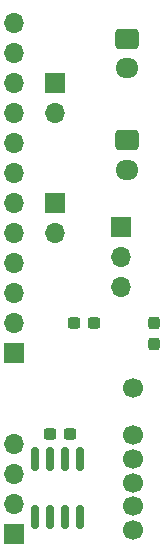
<source format=gbr>
%TF.GenerationSoftware,KiCad,Pcbnew,8.0.9-8.0.9-0~ubuntu22.04.1*%
%TF.CreationDate,2025-12-16T17:58:39+09:00*%
%TF.ProjectId,Jetson_Side_Expand_Board,4a657473-6f6e-45f5-9369-64655f457870,rev?*%
%TF.SameCoordinates,Original*%
%TF.FileFunction,Soldermask,Top*%
%TF.FilePolarity,Negative*%
%FSLAX46Y46*%
G04 Gerber Fmt 4.6, Leading zero omitted, Abs format (unit mm)*
G04 Created by KiCad (PCBNEW 8.0.9-8.0.9-0~ubuntu22.04.1) date 2025-12-16 17:58:39*
%MOMM*%
%LPD*%
G01*
G04 APERTURE LIST*
G04 Aperture macros list*
%AMRoundRect*
0 Rectangle with rounded corners*
0 $1 Rounding radius*
0 $2 $3 $4 $5 $6 $7 $8 $9 X,Y pos of 4 corners*
0 Add a 4 corners polygon primitive as box body*
4,1,4,$2,$3,$4,$5,$6,$7,$8,$9,$2,$3,0*
0 Add four circle primitives for the rounded corners*
1,1,$1+$1,$2,$3*
1,1,$1+$1,$4,$5*
1,1,$1+$1,$6,$7*
1,1,$1+$1,$8,$9*
0 Add four rect primitives between the rounded corners*
20,1,$1+$1,$2,$3,$4,$5,0*
20,1,$1+$1,$4,$5,$6,$7,0*
20,1,$1+$1,$6,$7,$8,$9,0*
20,1,$1+$1,$8,$9,$2,$3,0*%
G04 Aperture macros list end*
%ADD10R,1.700000X1.700000*%
%ADD11O,1.700000X1.700000*%
%ADD12C,1.700000*%
%ADD13RoundRect,0.237500X0.237500X-0.287500X0.237500X0.287500X-0.237500X0.287500X-0.237500X-0.287500X0*%
%ADD14RoundRect,0.237500X-0.300000X-0.237500X0.300000X-0.237500X0.300000X0.237500X-0.300000X0.237500X0*%
%ADD15RoundRect,0.250000X-0.725000X0.600000X-0.725000X-0.600000X0.725000X-0.600000X0.725000X0.600000X0*%
%ADD16O,1.950000X1.700000*%
%ADD17RoundRect,0.150000X-0.150000X0.825000X-0.150000X-0.825000X0.150000X-0.825000X0.150000X0.825000X0*%
G04 APERTURE END LIST*
D10*
%TO.C,J8*%
X125222000Y-89677000D03*
D11*
X125222000Y-92217000D03*
X125222000Y-94757000D03*
%TD*%
D12*
%TO.C,J3*%
X126238000Y-115284000D03*
X126238000Y-103284000D03*
X126238000Y-107284000D03*
X126238000Y-109284000D03*
X126238000Y-111284000D03*
X126238000Y-113284000D03*
%TD*%
D13*
%TO.C,D1*%
X128016000Y-99554000D03*
X128016000Y-97804000D03*
%TD*%
D14*
%TO.C,R1*%
X121211000Y-97790000D03*
X122936000Y-97790000D03*
%TD*%
%TO.C,C1*%
X119179000Y-107188000D03*
X120904000Y-107188000D03*
%TD*%
D15*
%TO.C,J7*%
X125730000Y-82296000D03*
D16*
X125730000Y-84796000D03*
%TD*%
D10*
%TO.C,J4*%
X119634000Y-87625000D03*
D11*
X119634000Y-90165000D03*
%TD*%
D17*
%TO.C,U1*%
X121793000Y-109285000D03*
X120523000Y-109285000D03*
X119253000Y-109285000D03*
X117983000Y-109285000D03*
X117983000Y-114235000D03*
X119253000Y-114235000D03*
X120523000Y-114235000D03*
X121793000Y-114235000D03*
%TD*%
D15*
%TO.C,J5*%
X125730000Y-73700000D03*
D16*
X125730000Y-76200000D03*
%TD*%
D10*
%TO.C,J6*%
X119634000Y-77465000D03*
D11*
X119634000Y-80005000D03*
%TD*%
D10*
%TO.C,J2*%
X116160000Y-115610000D03*
D11*
X116160000Y-113070000D03*
X116160000Y-110530000D03*
X116160000Y-107990000D03*
%TD*%
D10*
%TO.C,J1*%
X116160000Y-100330000D03*
D11*
X116160000Y-97790000D03*
X116160000Y-95250000D03*
X116160000Y-92710000D03*
X116160000Y-90170000D03*
X116160000Y-87630000D03*
X116160000Y-85090000D03*
X116160000Y-82550000D03*
X116160000Y-80010000D03*
X116160000Y-77470000D03*
X116160000Y-74930000D03*
X116160000Y-72390000D03*
%TD*%
M02*

</source>
